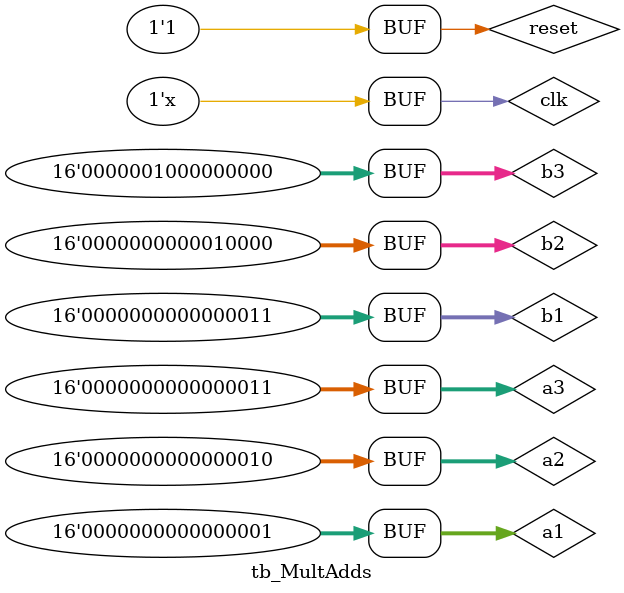
<source format=v>
`timescale 1ns / 1ps
module tb_MultAdds();

	reg clk;
	reg reset;
	reg [15:0] a1 = 16'b0000000000000001; 
	reg [15:0] b1 = 16'b0000000000000011;
	
	reg [15:0] a2 = 16'b0000000000000010; 
	reg [15:0] b2 = 16'b0000000000010000;
	
	reg [15:0] a3 = 16'b0000000000000011; 
	reg [15:0] b3 = 16'b0000001000000000;
	
	wire [32:0] p1;
	wire [47:0] pcout1;
	
	wire [33:0] p2;
	wire [47:0] pcout2;
	
	wire [34:0] p3;
	wire [47:0] pcout3;
	
	
    // Clock generation
    always #10 clk = ~clk; // 20 ns period (toggle every 10 ns)

    // Simulation duration
    initial begin
			clk = 0;
			reset = 1;
			#1000; // Simulate for 1000 ns
    end

	MultAdd1 my_MultAdd1 (
	  .clk(clk), 								// input clk
	  .ce(1'b1), 								// input clock enable 	 (set to 1 all the time)
	  .sclr(1'b0), 							// input sclr 				 (synchronous clear active HIGH)
	  .a(16'b1), 									// input [15 : 0] a
	  .b(16'b1), 									// input [15 : 0] b
	  .c(2'b00), 								// input [1 : 0] c
	  .subtract(1'b0), 						// input subtract 		 (set to 1 all the time to apply summation) 
	  .p(p1), 									// output [32 : 0] p
	  .pcout(pcout1) 							// output [47 : 0] pcout
	);
	
	MultAdd2 my_MultAdd2 (
	  .clk(clk), 								// input clk
	  .ce(1'b1), 								// input ce              (set to 1 all the time)
	  .sclr(~reset), 							// input sclr            (synchronous clear active HIGH)
	  .a(a2), 									// input [15 : 0] a
	  .b(b2), 									// input [15 : 0] b
	  .c(p1), 									// input [47 : 0] c
	  .pcin(pcout1), 							// input [47 : 0] pcin
	  .subtract(1'b0), 						// input subtract        (set to 1 all the time to apply summation) 
	  .p(p2), 									// output [33 : 0] p
	  .pcout(pcout2) 							// output [47 : 0] pcout
	);
	
	MultAdd3 my_MultAdd3(
	  .clk(clk), 								// input clk
	  .ce(1'b1), 								// input ce              (set to 1 all the time)
	  .sclr(~reset), 							// input sclr            (synchronous clear active HIGH)
	  .a(a3), 									// input [15 : 0] a
	  .b(b3), 									// input [15 : 0] b
	  .c(p2), 									// input [47 : 0] c
	  .pcin(pcout2), 							// input [47 : 0] pcin
	  .subtract(1'b0), 						// input subtract        (set to 1 all the time to apply summation) 
	  .p(p3), 									// output [34 : 0] p
	  .pcout(pcout3) 							// output [47 : 0] pcout
	);

endmodule

</source>
